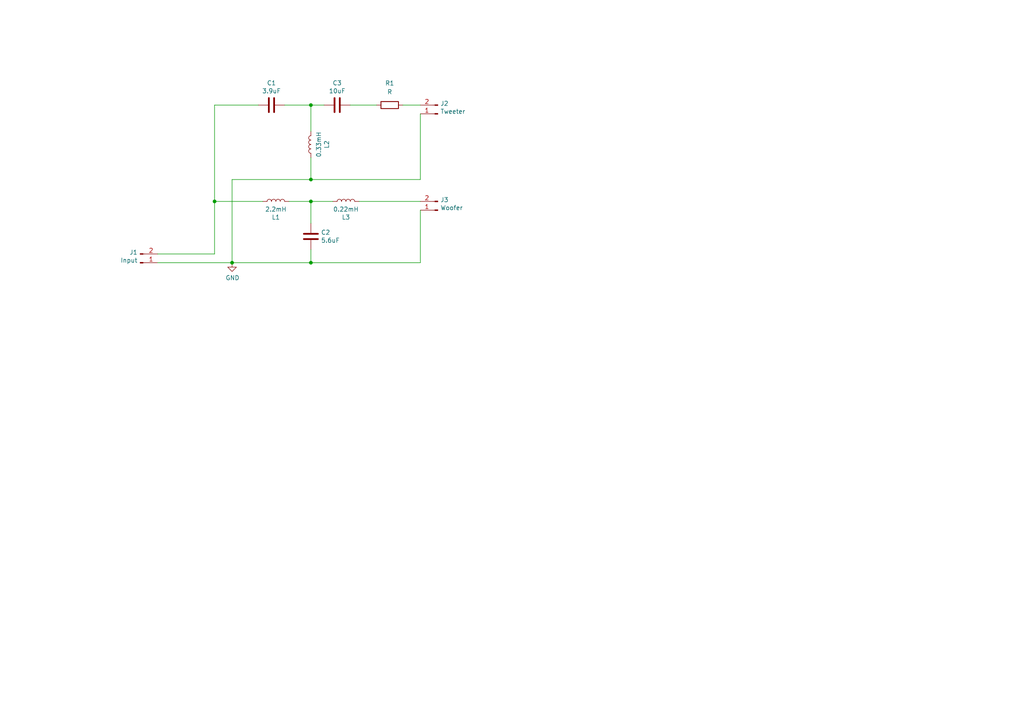
<source format=kicad_sch>
(kicad_sch (version 20231120) (generator "eeschema") (generator_version "8.0")
  (paper "A4")
  (lib_symbols
    (symbol "Connector:Conn_01x02_Male" (pin_names (offset 1.016) hide)
      (property "Reference" "J" (at 0 2.54 0))
      (property "Value" "Connector_Conn_01x02_Male" (at 0 -5.08 0))
      (symbol "Conn_01x02_Male_1_1"
        (polyline (pts (xy 1.27 -2.54) (xy 0.8636 -2.54)) (stroke (width 0.1524)))
        (polyline (pts (xy 1.27 0) (xy 0.8636 0)) (stroke (width 0.1524)))
        (rectangle (start 0.8636 -2.413) (end 0 -2.667) (stroke (width 0.1524)) (fill (type outline)))
        (rectangle (start 0.8636 0.127) (end 0 -0.127) (stroke (width 0.1524)) (fill (type outline)))
        (pin passive line (at 5.08 0 180) (length 3.81) (name "Pin_1") (number "1"))
        (pin passive line (at 5.08 -2.54 180) (length 3.81) (name "Pin_2") (number "2"))
      )
    )
    (symbol "Device:C" (pin_numbers hide) (pin_names (offset 0.254))
      (property "Reference" "C" (at 0.635 2.54 0))
      (property "Value" "C" (at 0.635 -2.54 0))
      (symbol "C_0_1"
        (polyline (pts (xy -2.032 -0.762) (xy 2.032 -0.762)) (stroke (width 0.508)))
        (polyline (pts (xy -2.032 0.762) (xy 2.032 0.762)) (stroke (width 0.508)))
      )
      (symbol "C_1_1"
        (pin passive line (at 0 3.81 270) (length 2.794) (name "~") (number "1"))
        (pin passive line (at 0 -3.81 90) (length 2.794) (name "~") (number "2"))
      )
    )
    (symbol "Device:L" (pin_numbers hide) (pin_names (offset 1.016) hide)
      (property "Reference" "L" (at -1.27 0 90))
      (property "Value" "L" (at 1.905 0 90))
      (symbol "L_0_1"
        (arc (start 0 -2.54) (mid 0.6323 -1.905) (end 0 -1.27))
        (arc (start 0 -1.27) (mid 0.6323 -0.635) (end 0 0))
        (arc (start 0 0) (mid 0.6323 0.635) (end 0 1.27))
        (arc (start 0 1.27) (mid 0.6323 1.905) (end 0 2.54))
      )
      (symbol "L_1_1"
        (pin passive line (at 0 3.81 270) (length 1.27) (name "1") (number "1"))
        (pin passive line (at 0 -3.81 90) (length 1.27) (name "2") (number "2"))
      )
    )
    (symbol "Device:R" (pin_numbers hide) (pin_names (offset 0))
      (property "Reference" "R" (at 2.032 0 90))
      (property "Value" "R" (at 0 0 90))
      (symbol "R_0_1"
        (rectangle (start -1.016 -2.54) (end 1.016 2.54) (stroke (width 0.254)))
      )
      (symbol "R_1_1"
        (pin passive line (at 0 3.81 270) (length 1.27) (name "~") (number "1"))
        (pin passive line (at 0 -3.81 90) (length 1.27) (name "~") (number "2"))
      )
    )
    (symbol "power:GND" (power) (pin_numbers hide) (pin_names (offset 0) hide)
      (property "Value" "GND" (at 0 -3.81 0))
      (symbol "GND_0_1"
        (polyline (pts (xy 0 0) (xy 0 -1.27) (xy 1.27 -1.27) (xy 0 -2.54) (xy -1.27 -1.27) (xy 0 -1.27)))
      )
      (symbol "GND_1_1"
        (pin power_in line (at 0 0 270) (length 0) (name "~") (number "1"))
      )
    )
  )
  (junction (at 62.23 58.42))
  (junction (at 90.17 30.48))
  (junction (at 90.17 52.07))
  (junction (at 90.17 58.42))
  (junction (at 67.31 76.2))
  (junction (at 90.17 76.2))
  (wire (pts (xy 90.17 38.1) (xy 90.17 30.48)))
  (wire (pts (xy 121.92 76.2) (xy 121.92 60.96)))
  (wire (pts (xy 62.23 58.42) (xy 62.23 30.48)))
  (wire (pts (xy 45.72 76.2) (xy 67.31 76.2)))
  (wire (pts (xy 104.14 58.42) (xy 121.92 58.42)))
  (wire (pts (xy 90.17 64.77) (xy 90.17 58.42)))
  (wire (pts (xy 90.17 76.2) (xy 90.17 72.39)))
  (wire (pts (xy 90.17 76.2) (xy 121.92 76.2)))
  (wire (pts (xy 101.6 30.48) (xy 109.22 30.48)))
  (wire (pts (xy 62.23 73.66) (xy 45.72 73.66)))
  (wire (pts (xy 62.23 58.42) (xy 62.23 73.66)))
  (wire (pts (xy 76.2 58.42) (xy 62.23 58.42)))
  (wire (pts (xy 90.17 30.48) (xy 93.98 30.48)))
  (wire (pts (xy 121.92 33.02) (xy 121.92 52.07)))
  (wire (pts (xy 116.84 30.48) (xy 121.92 30.48)))
  (wire (pts (xy 62.23 30.48) (xy 74.93 30.48)))
  (wire (pts (xy 90.17 52.07) (xy 67.31 52.07)))
  (wire (pts (xy 67.31 52.07) (xy 67.31 76.2)))
  (wire (pts (xy 82.55 30.48) (xy 90.17 30.48)))
  (wire (pts (xy 121.92 52.07) (xy 90.17 52.07)))
  (wire (pts (xy 90.17 45.72) (xy 90.17 52.07)))
  (wire (pts (xy 67.31 76.2) (xy 90.17 76.2)))
  (wire (pts (xy 90.17 58.42) (xy 96.52 58.42)))
  (wire (pts (xy 83.82 58.42) (xy 90.17 58.42)))
  (symbol (lib_id "Device:L") (at 80.01 58.42 90) (unit 1)
    (property "Reference" "L1" (at 80.01 63.0174 90))
    (property "Value" "2.2mH" (at 80.01 60.706 90))
    (property "Footprint" "Inductor_THT:L_Toroid_Horizontal_D69.1mm_P63.20mm_Vishay_TJ9" (effects (hide yes)))
  )
  (symbol (lib_id "Device:L") (at 100.33 58.42 90) (unit 1)
    (property "Reference" "L3" (at 100.33 63.0174 90))
    (property "Value" "0.22mH" (at 100.33 60.706 90))
    (property "Footprint" "Inductor_THT:L_Toroid_Horizontal_D32.5mm_P28.90mm_Bourns_2300" (effects (hide yes)))
  )
  (symbol (lib_id "Device:C") (at 90.17 68.58 0) (unit 1)
    (property "Reference" "C2" (at 93.091 67.4116 0) (effects (justify left)))
    (property "Value" "5.6uF" (at 93.091 69.723 0) (effects (justify left)))
    (property "Footprint" "Capacitor_THT:CP_Axial_L37.0mm_D13.0mm_P43.00mm_Horizontal" (effects (hide yes)))
  )
  (symbol (lib_id "Connector:Conn_01x02_Male") (at 40.64 76.2 0) (mirror x) (unit 1)
    (property "Reference" "J1" (at 39.9288 73.2028 0) (effects (justify right)))
    (property "Value" "Input" (at 39.9288 75.5142 0) (effects (justify right)))
    (property "Footprint" "Connector_Phoenix_MC_HighVoltage:PhoenixContact_MCV_1,5_2-G-5.08_1x02_P5.08mm_Vertical" (effects (hide yes)))
  )
  (symbol (lib_id "Connector:Conn_01x02_Male") (at 127 60.96 180) (unit 1)
    (property "Reference" "J3" (at 127.7112 57.9628 0) (effects (justify right)))
    (property "Value" "Woofer" (at 127.7112 60.2742 0) (effects (justify right)))
    (property "Footprint" "Connector_Phoenix_MC_HighVoltage:PhoenixContact_MCV_1,5_2-G-5.08_1x02_P5.08mm_Vertical" (effects (hide yes)))
  )
  (symbol (lib_id "Connector:Conn_01x02_Male") (at 127 33.02 180) (unit 1)
    (property "Reference" "J2" (at 127.7112 30.0228 0) (effects (justify right)))
    (property "Value" "Tweeter" (at 127.7112 32.3342 0) (effects (justify right)))
    (property "Footprint" "Connector_Phoenix_MC_HighVoltage:PhoenixContact_MCV_1,5_2-G-5.08_1x02_P5.08mm_Vertical" (effects (hide yes)))
  )
  (symbol (lib_id "Device:C") (at 78.74 30.48 90) (unit 1)
    (property "Reference" "C1" (at 78.74 24.0792 90))
    (property "Value" "3.9uF" (at 78.74 26.3906 90))
    (property "Footprint" "Capacitor_THT:CP_Axial_L30.0mm_D18.0mm_P35.00mm_Horizontal" (effects (hide yes)))
  )
  (symbol (lib_id "Device:C") (at 97.79 30.48 90) (unit 1)
    (property "Reference" "C3" (at 97.79 24.0792 90))
    (property "Value" "10uF" (at 97.79 26.3906 90))
    (property "Footprint" "Capacitor_THT:CP_Axial_L46.0mm_D20.0mm_P52.00mm_Horizontal" (effects (hide yes)))
  )
  (symbol (lib_id "Device:L") (at 90.17 41.91 180) (unit 1)
    (property "Reference" "L2" (at 94.7674 41.91 90))
    (property "Value" "0.33mH" (at 92.456 41.91 90))
    (property "Footprint" "Inductor_THT:L_Toroid_Horizontal_D24.1mm_P23.10mm_Bourns_2200" (effects (hide yes)))
  )
  (symbol (lib_id "power:GND") (at 67.31 76.2 0) (unit 1)
    (property "Reference" "#PWR0101" (effects (hide yes)))
    (property "Value" "GND" (at 67.437 80.5942 0))
  )
  (symbol (lib_id "Device:R") (at 113.03 30.48 90) (unit 1)
    (property "Reference" "R1" (at 113.03 24.13 90))
    (property "Value" "R" (at 113.03 26.67 90))
    (property "Footprint" "Resistor_THT:R_Axial_Power_L48.0mm_W12.5mm_P60.96mm" (effects (hide yes)))
    (property "Description" "Resistor" (effects (hide yes)))
  )
)
</source>
